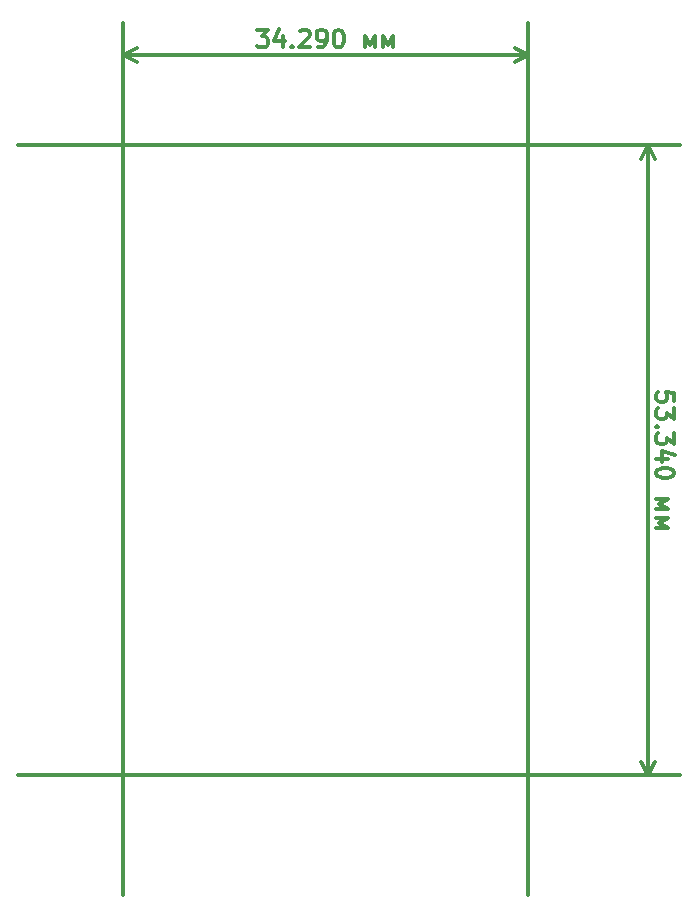
<source format=gbr>
G04 #@! TF.FileFunction,Other,User*
%FSLAX46Y46*%
G04 Gerber Fmt 4.6, Leading zero omitted, Abs format (unit mm)*
G04 Created by KiCad (PCBNEW 4.0.7) date Thu Jun  7 20:11:30 2018*
%MOMM*%
%LPD*%
G01*
G04 APERTURE LIST*
%ADD10C,0.100000*%
%ADD11C,0.300000*%
G04 APERTURE END LIST*
D10*
D11*
X129711429Y-122345001D02*
X129711429Y-121630715D01*
X128997143Y-121559286D01*
X129068571Y-121630715D01*
X129140000Y-121773572D01*
X129140000Y-122130715D01*
X129068571Y-122273572D01*
X128997143Y-122345001D01*
X128854286Y-122416429D01*
X128497143Y-122416429D01*
X128354286Y-122345001D01*
X128282857Y-122273572D01*
X128211429Y-122130715D01*
X128211429Y-121773572D01*
X128282857Y-121630715D01*
X128354286Y-121559286D01*
X129711429Y-122916429D02*
X129711429Y-123845000D01*
X129140000Y-123345000D01*
X129140000Y-123559286D01*
X129068571Y-123702143D01*
X128997143Y-123773572D01*
X128854286Y-123845000D01*
X128497143Y-123845000D01*
X128354286Y-123773572D01*
X128282857Y-123702143D01*
X128211429Y-123559286D01*
X128211429Y-123130714D01*
X128282857Y-122987857D01*
X128354286Y-122916429D01*
X128354286Y-124487857D02*
X128282857Y-124559285D01*
X128211429Y-124487857D01*
X128282857Y-124416428D01*
X128354286Y-124487857D01*
X128211429Y-124487857D01*
X129711429Y-125059286D02*
X129711429Y-125987857D01*
X129140000Y-125487857D01*
X129140000Y-125702143D01*
X129068571Y-125845000D01*
X128997143Y-125916429D01*
X128854286Y-125987857D01*
X128497143Y-125987857D01*
X128354286Y-125916429D01*
X128282857Y-125845000D01*
X128211429Y-125702143D01*
X128211429Y-125273571D01*
X128282857Y-125130714D01*
X128354286Y-125059286D01*
X129211429Y-127273571D02*
X128211429Y-127273571D01*
X129782857Y-126916428D02*
X128711429Y-126559285D01*
X128711429Y-127487857D01*
X129711429Y-128344999D02*
X129711429Y-128487856D01*
X129640000Y-128630713D01*
X129568571Y-128702142D01*
X129425714Y-128773571D01*
X129140000Y-128844999D01*
X128782857Y-128844999D01*
X128497143Y-128773571D01*
X128354286Y-128702142D01*
X128282857Y-128630713D01*
X128211429Y-128487856D01*
X128211429Y-128344999D01*
X128282857Y-128202142D01*
X128354286Y-128130713D01*
X128497143Y-128059285D01*
X128782857Y-127987856D01*
X129140000Y-127987856D01*
X129425714Y-128059285D01*
X129568571Y-128130713D01*
X129640000Y-128202142D01*
X129711429Y-128344999D01*
X128211429Y-130630713D02*
X129211429Y-130630713D01*
X128425714Y-131059284D01*
X129211429Y-131487856D01*
X128211429Y-131487856D01*
X128211429Y-132202142D02*
X129211429Y-132202142D01*
X128425714Y-132630713D01*
X129211429Y-133059285D01*
X128211429Y-133059285D01*
X127540000Y-100675000D02*
X127540000Y-154015000D01*
X74200000Y-100675000D02*
X130240000Y-100675000D01*
X74200000Y-154015000D02*
X130240000Y-154015000D01*
X127540000Y-154015000D02*
X126953579Y-152888496D01*
X127540000Y-154015000D02*
X128126421Y-152888496D01*
X127540000Y-100675000D02*
X126953579Y-101801504D01*
X127540000Y-100675000D02*
X128126421Y-101801504D01*
X94377858Y-90883571D02*
X95306429Y-90883571D01*
X94806429Y-91455000D01*
X95020715Y-91455000D01*
X95163572Y-91526429D01*
X95235001Y-91597857D01*
X95306429Y-91740714D01*
X95306429Y-92097857D01*
X95235001Y-92240714D01*
X95163572Y-92312143D01*
X95020715Y-92383571D01*
X94592143Y-92383571D01*
X94449286Y-92312143D01*
X94377858Y-92240714D01*
X96592143Y-91383571D02*
X96592143Y-92383571D01*
X96235000Y-90812143D02*
X95877857Y-91883571D01*
X96806429Y-91883571D01*
X97377857Y-92240714D02*
X97449285Y-92312143D01*
X97377857Y-92383571D01*
X97306428Y-92312143D01*
X97377857Y-92240714D01*
X97377857Y-92383571D01*
X98020714Y-91026429D02*
X98092143Y-90955000D01*
X98235000Y-90883571D01*
X98592143Y-90883571D01*
X98735000Y-90955000D01*
X98806429Y-91026429D01*
X98877857Y-91169286D01*
X98877857Y-91312143D01*
X98806429Y-91526429D01*
X97949286Y-92383571D01*
X98877857Y-92383571D01*
X99592142Y-92383571D02*
X99877857Y-92383571D01*
X100020714Y-92312143D01*
X100092142Y-92240714D01*
X100235000Y-92026429D01*
X100306428Y-91740714D01*
X100306428Y-91169286D01*
X100235000Y-91026429D01*
X100163571Y-90955000D01*
X100020714Y-90883571D01*
X99735000Y-90883571D01*
X99592142Y-90955000D01*
X99520714Y-91026429D01*
X99449285Y-91169286D01*
X99449285Y-91526429D01*
X99520714Y-91669286D01*
X99592142Y-91740714D01*
X99735000Y-91812143D01*
X100020714Y-91812143D01*
X100163571Y-91740714D01*
X100235000Y-91669286D01*
X100306428Y-91526429D01*
X101234999Y-90883571D02*
X101377856Y-90883571D01*
X101520713Y-90955000D01*
X101592142Y-91026429D01*
X101663571Y-91169286D01*
X101734999Y-91455000D01*
X101734999Y-91812143D01*
X101663571Y-92097857D01*
X101592142Y-92240714D01*
X101520713Y-92312143D01*
X101377856Y-92383571D01*
X101234999Y-92383571D01*
X101092142Y-92312143D01*
X101020713Y-92240714D01*
X100949285Y-92097857D01*
X100877856Y-91812143D01*
X100877856Y-91455000D01*
X100949285Y-91169286D01*
X101020713Y-91026429D01*
X101092142Y-90955000D01*
X101234999Y-90883571D01*
X103520713Y-92383571D02*
X103520713Y-91383571D01*
X103949284Y-92169286D01*
X104377856Y-91383571D01*
X104377856Y-92383571D01*
X105092142Y-92383571D02*
X105092142Y-91383571D01*
X105520713Y-92169286D01*
X105949285Y-91383571D01*
X105949285Y-92383571D01*
X117380000Y-93055000D02*
X83090000Y-93055000D01*
X117380000Y-164175000D02*
X117380000Y-90355000D01*
X83090000Y-164175000D02*
X83090000Y-90355000D01*
X83090000Y-93055000D02*
X84216504Y-92468579D01*
X83090000Y-93055000D02*
X84216504Y-93641421D01*
X117380000Y-93055000D02*
X116253496Y-92468579D01*
X117380000Y-93055000D02*
X116253496Y-93641421D01*
M02*

</source>
